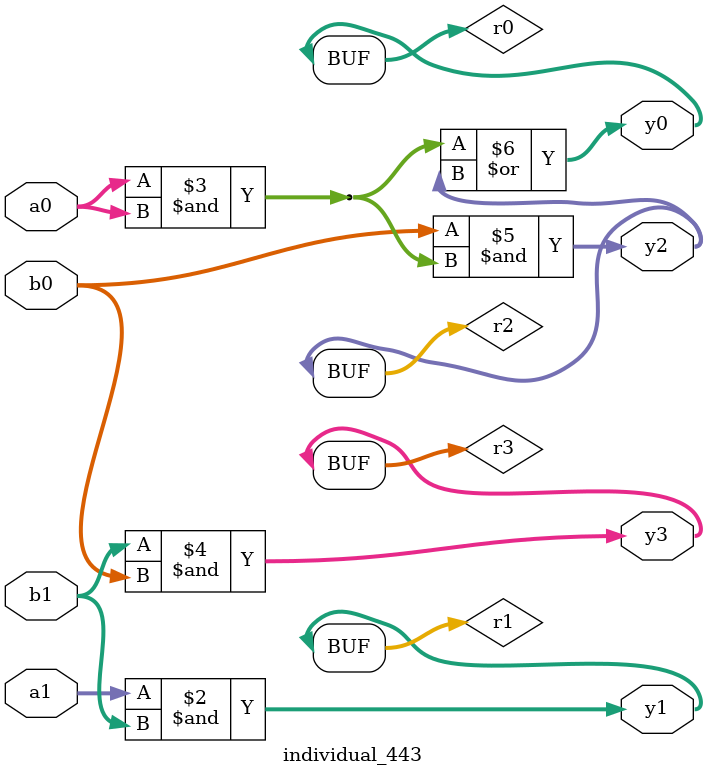
<source format=sv>
module individual_443(input logic [15:0] a1, input logic [15:0] a0, input logic [15:0] b1, input logic [15:0] b0, output logic [15:0] y3, output logic [15:0] y2, output logic [15:0] y1, output logic [15:0] y0);
logic [15:0] r0, r1, r2, r3; 
 always@(*) begin 
	 r0 = a0; r1 = a1; r2 = b0; r3 = b1; 
 	 r1  &=  b1 ;
 	 r0  &=  r0 ;
 	 r3  &=  b0 ;
 	 r2  &=  r0 ;
 	 r0  |=  r2 ;
 	 y3 = r3; y2 = r2; y1 = r1; y0 = r0; 
end
endmodule
</source>
